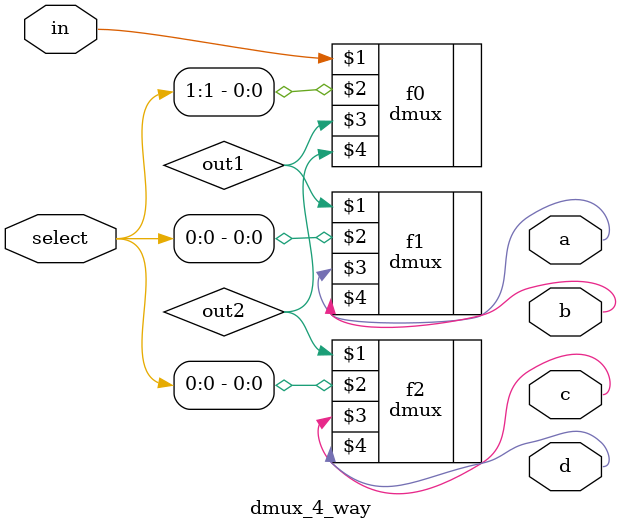
<source format=sv>
`ifndef dmux
  `include "dmux.sv"
`endif
`define dmux_4_way 1

module dmux_4_way(
    input       in,
    input [1:0] select,
    output      a,
    output      b,
    output      c,
    output      d
);
  wire out1, out2;
  dmux f0 (in, select[1], out1, out2);
  dmux f1 (out1, select[0], a, b);
  dmux f2 (out2, select[0], c, d);
endmodule

</source>
